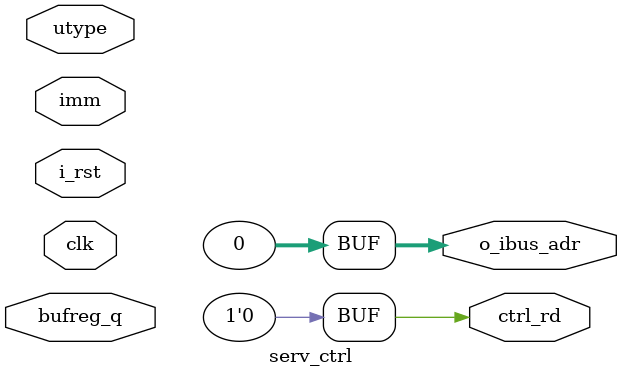
<source format=v>
module serv_ctrl(	// file.cleaned.mlir:2:3
  input         clk,	// file.cleaned.mlir:2:27
                i_rst,	// file.cleaned.mlir:2:41
                utype,	// file.cleaned.mlir:2:57
                imm,	// file.cleaned.mlir:2:73
                bufreg_q,	// file.cleaned.mlir:2:87
  output        ctrl_rd,	// file.cleaned.mlir:2:107
  output [31:0] o_ibus_adr	// file.cleaned.mlir:2:125
);

  assign ctrl_rd = 1'h0;	// file.cleaned.mlir:4:14, :5:5
  assign o_ibus_adr = 32'h0;	// file.cleaned.mlir:3:15, :5:5
endmodule


</source>
